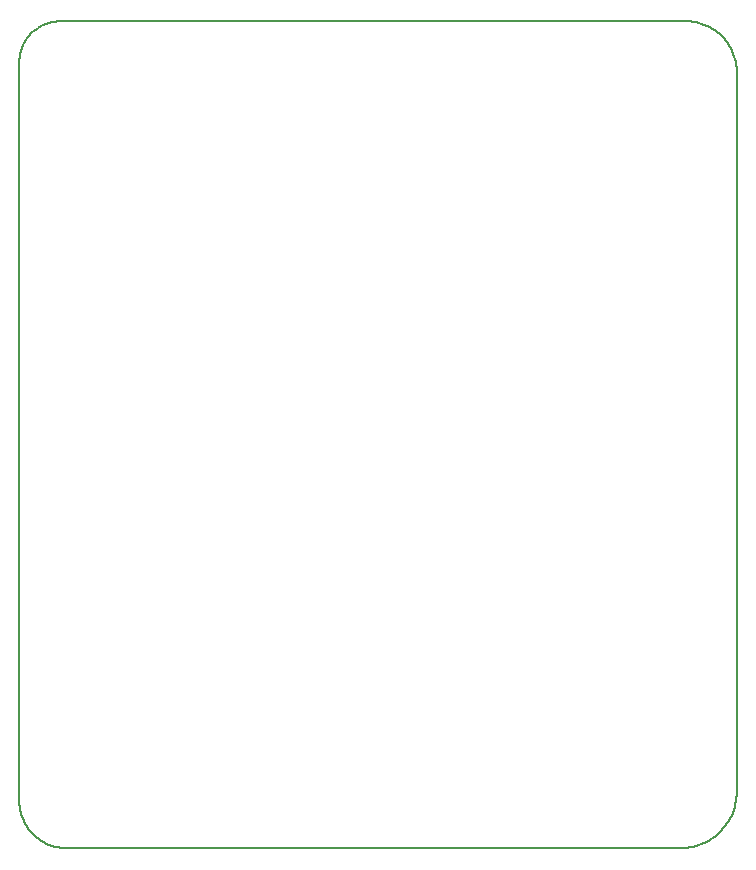
<source format=gko>
G04*
G04 #@! TF.GenerationSoftware,Altium Limited,Altium Designer,24.4.1 (13)*
G04*
G04 Layer_Color=16711935*
%FSLAX25Y25*%
%MOIN*%
G70*
G04*
G04 #@! TF.SameCoordinates,15B434A4-4527-47F9-A3CB-D7505B607EAD*
G04*
G04*
G04 #@! TF.FilePolarity,Positive*
G04*
G01*
G75*
%ADD11C,0.00787*%
D11*
X337598Y479331D02*
X337568Y480341D01*
X337476Y481348D01*
X337324Y482347D01*
X337112Y483335D01*
X336841Y484309D01*
X336511Y485264D01*
X336124Y486198D01*
X335682Y487107D01*
X335185Y487987D01*
X334636Y488836D01*
X334037Y489650D01*
X333390Y490426D01*
X332698Y491162D01*
X331962Y491855D01*
X331185Y492502D01*
X330371Y493101D01*
X329522Y493650D01*
X328642Y494146D01*
X327733Y494589D01*
X326800Y494976D01*
X325844Y495305D01*
X324870Y495577D01*
X323882Y495789D01*
X322883Y495941D01*
X321876Y496032D01*
X320866Y496063D01*
X318898Y220472D02*
X319910Y220500D01*
X320920Y220582D01*
X321923Y220719D01*
X322918Y220910D01*
X323901Y221154D01*
X324869Y221451D01*
X325819Y221801D01*
X326750Y222201D01*
X327657Y222651D01*
X328539Y223149D01*
X329392Y223695D01*
X330215Y224286D01*
X331004Y224920D01*
X331758Y225597D01*
X332474Y226313D01*
X333151Y227067D01*
X333785Y227856D01*
X334376Y228679D01*
X334922Y229532D01*
X335420Y230414D01*
X335870Y231321D01*
X336270Y232251D01*
X336619Y233202D01*
X336917Y234170D01*
X337161Y235153D01*
X337352Y236148D01*
X337489Y237151D01*
X337571Y238161D01*
X337598Y239173D01*
X98425Y236220D02*
X98456Y235232D01*
X98549Y234247D01*
X98704Y233270D01*
X98920Y232304D01*
X99196Y231354D01*
X99531Y230423D01*
X99924Y229515D01*
X100373Y228634D01*
X100877Y227782D01*
X101433Y226964D01*
X102039Y226182D01*
X102693Y225440D01*
X103393Y224741D01*
X104135Y224086D01*
X104917Y223480D01*
X105735Y222924D01*
X106587Y222420D01*
X107468Y221971D01*
X108376Y221578D01*
X109307Y221243D01*
X110257Y220967D01*
X111222Y220751D01*
X112199Y220597D01*
X113184Y220503D01*
X114173Y220472D01*
X112205Y496063D02*
X111222Y496028D01*
X110244Y495923D01*
X109276Y495748D01*
X108323Y495505D01*
X107389Y495194D01*
X106481Y494818D01*
X105601Y494378D01*
X104755Y493876D01*
X103947Y493315D01*
X103181Y492697D01*
X102461Y492027D01*
X101791Y491307D01*
X101174Y490541D01*
X100613Y489733D01*
X100111Y488887D01*
X99670Y488008D01*
X99294Y487099D01*
X98983Y486166D01*
X98740Y485213D01*
X98565Y484244D01*
X98460Y483266D01*
X98425Y482283D01*
X337598Y479331D02*
X337568Y480341D01*
X337476Y481348D01*
X337324Y482347D01*
X337112Y483335D01*
X336841Y484309D01*
X336511Y485264D01*
X336124Y486198D01*
X335682Y487107D01*
X335185Y487987D01*
X334636Y488836D01*
X334037Y489650D01*
X333390Y490426D01*
X332698Y491162D01*
X331962Y491855D01*
X331185Y492502D01*
X330371Y493101D01*
X329522Y493650D01*
X328642Y494146D01*
X327733Y494589D01*
X326800Y494976D01*
X325844Y495305D01*
X324870Y495577D01*
X323882Y495789D01*
X322883Y495941D01*
X321876Y496032D01*
X320866Y496063D01*
X318898Y220472D02*
X319910Y220500D01*
X320920Y220582D01*
X321923Y220719D01*
X322918Y220910D01*
X323901Y221154D01*
X324869Y221451D01*
X325819Y221801D01*
X326750Y222201D01*
X327657Y222651D01*
X328539Y223149D01*
X329392Y223695D01*
X330215Y224286D01*
X331004Y224920D01*
X331758Y225597D01*
X332474Y226313D01*
X333151Y227067D01*
X333785Y227856D01*
X334376Y228679D01*
X334922Y229532D01*
X335420Y230414D01*
X335870Y231321D01*
X336270Y232251D01*
X336619Y233202D01*
X336917Y234170D01*
X337161Y235153D01*
X337352Y236148D01*
X337489Y237151D01*
X337571Y238161D01*
X337598Y239173D01*
X98425Y236220D02*
X98456Y235232D01*
X98549Y234247D01*
X98704Y233270D01*
X98920Y232304D01*
X99196Y231354D01*
X99531Y230423D01*
X99924Y229515D01*
X100373Y228634D01*
X100877Y227782D01*
X101433Y226964D01*
X102039Y226182D01*
X102693Y225440D01*
X103393Y224741D01*
X104135Y224086D01*
X104917Y223480D01*
X105735Y222924D01*
X106587Y222420D01*
X107468Y221971D01*
X108376Y221578D01*
X109307Y221243D01*
X110257Y220967D01*
X111222Y220751D01*
X112199Y220597D01*
X113184Y220503D01*
X114173Y220472D01*
X112205Y496063D02*
X111222Y496028D01*
X110244Y495923D01*
X109276Y495748D01*
X108323Y495505D01*
X107389Y495194D01*
X106481Y494818D01*
X105601Y494378D01*
X104755Y493876D01*
X103947Y493315D01*
X103181Y492697D01*
X102461Y492027D01*
X101791Y491307D01*
X101174Y490541D01*
X100613Y489733D01*
X100111Y488887D01*
X99670Y488008D01*
X99294Y487099D01*
X98983Y486166D01*
X98740Y485213D01*
X98565Y484244D01*
X98460Y483266D01*
X98425Y482283D01*
X337598Y239173D02*
Y479331D01*
X114173Y220472D02*
X318898D01*
X98425Y236220D02*
X98425Y482283D01*
X112205Y496063D02*
X320866Y496063D01*
X337598Y239173D02*
Y479331D01*
X114173Y220472D02*
X318898D01*
X98425Y236220D02*
X98425Y482283D01*
X112205Y496063D02*
X320866Y496063D01*
M02*

</source>
